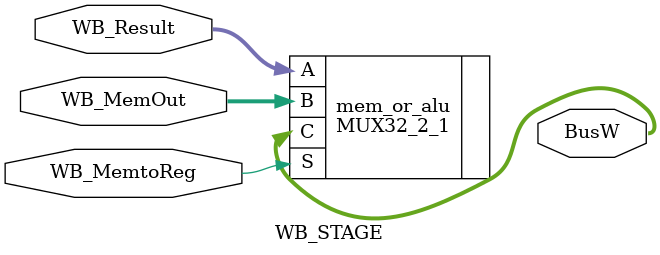
<source format=v>
`timescale 1ns / 1ps
module WB_STAGE(
	WB_Result, WB_MemOut, WB_MemtoReg,
	BusW
);
input WB_MemtoReg;
input [31:0] WB_Result, WB_MemOut;
output [31:0] BusW;

MUX32_2_1 mem_or_alu(
	.A(WB_Result),
	.B(WB_MemOut),
	.S(WB_MemtoReg),
	.C(BusW)
);

endmodule

</source>
